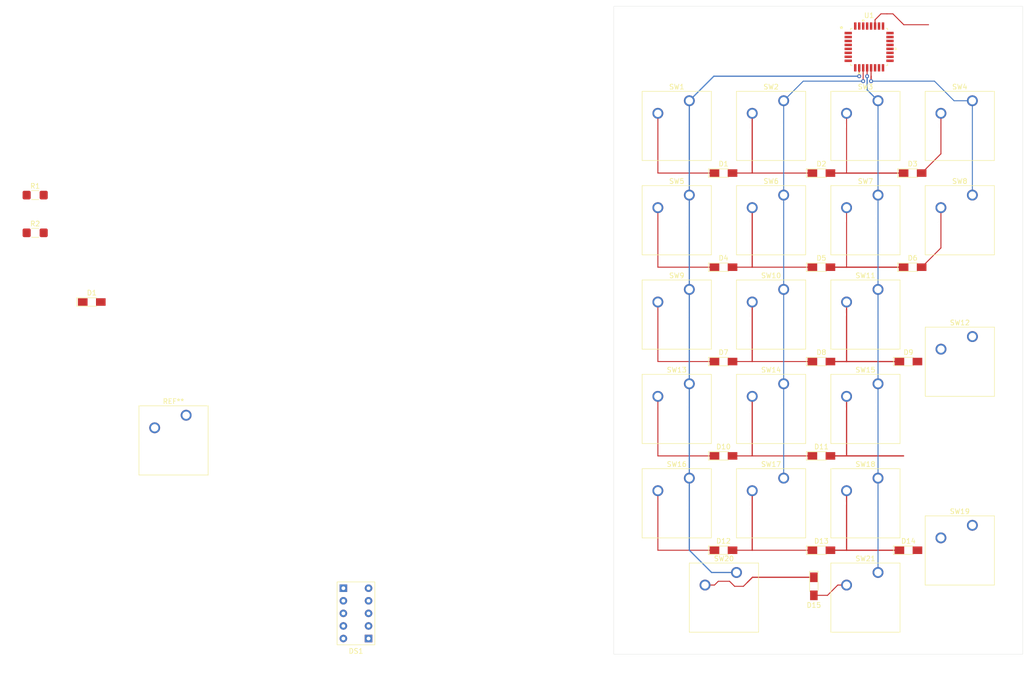
<source format=kicad_pcb>
(kicad_pcb (version 20211014) (generator pcbnew)
  (layers (0 "F.Cu" signal) (31 "B.Cu" signal) (34 "B.Paste" user) (35 "F.Paste" user) (36 "B.SilkS" user "B.Silkscreen") (37 "F.SilkS" user "F.Silkscreen") (38 "B.Mask" user) (39 "F.Mask" user) (44 "Edge.Cuts" user))
  (net 0 "")
  (footprint "Diode_SMD:D_SOD-323F" (layer "F.Cu") (at 217.17 46.355)
    (fp_text reference "D2" (at 0 -1.85) (layer "F.SilkS"))
    (fp_text value "1N4148WS")
    (fp_line (start -3.0226 0.85) (end 1.05 0.85) (layer "F.SilkS") (width 0.12))
    (fp_line (start -3.0226 -0.85) (end -3.0226 0.85) (layer "F.SilkS") (width 0.12))
    (fp_line (start -3.0226 -0.85) (end 1.05 -0.85) (layer "F.SilkS") (width 0.12))
    (pad "1" smd rect (at -1.822 0) (size 1.944 1.524) (layers "F.Cu" "F.Paste" "F.Mask"))
    (pad "2" smd rect (at 1.822 0) (size 1.944 1.524) (layers "F.Cu" "F.Paste" "F.Mask"))
  )
  (footprint "Diode_SMD:D_SOD-323F" (layer "F.Cu") (at 197.402 46.355)
    (fp_text reference "D1" (at 0 -1.85) (layer "F.SilkS"))
    (fp_text value "1N4148WS")
    (fp_line (start -3.0226 -0.85) (end 1.05 -0.85) (layer "F.SilkS") (width 0.12))
    (fp_line (start -3.0226 0.85) (end 1.05 0.85) (layer "F.SilkS") (width 0.12))
    (fp_line (start -3.0226 -0.85) (end -3.0226 0.85) (layer "F.SilkS") (width 0.12))
    (pad "1" smd rect (at -1.822 0) (size 1.944 1.524) (layers "F.Cu" "F.Paste" "F.Mask"))
    (pad "2" smd rect (at 1.822 0) (size 1.944 1.524) (layers "F.Cu" "F.Paste" "F.Mask"))
  )
  (footprint "Diode_SMD:D_SOD-323F" (layer "F.Cu") (at 69.85 72.39)
    (fp_text reference "D1" (at 0 -1.85) (layer "F.SilkS"))
    (fp_text value "1N4148WS")
    (fp_line (start -3.0226 -0.85) (end -3.0226 0.85) (layer "F.SilkS") (width 0.12))
    (fp_line (start -3.0226 0.85) (end 1.05 0.85) (layer "F.SilkS") (width 0.12))
    (fp_line (start -3.0226 -0.85) (end 1.05 -0.85) (layer "F.SilkS") (width 0.12))
    (pad "1" smd rect (at -1.822 0) (size 1.944 1.524) (layers "F.Cu" "F.Paste" "F.Mask"))
    (pad "2" smd rect (at 1.822 0) (size 1.944 1.524) (layers "F.Cu" "F.Paste" "F.Mask"))
  )
  (footprint "Button_Switch_Keyboard:SW_Cherry_MX_1.00u_PCB" (layer "F.Cu") (at 209.55 31.75)
    (fp_text reference "SW2" (at -2.54 -2.794) (layer "F.SilkS"))
    (fp_text value "SW_Cherry_MX_1.00u_PCB")
    (fp_line (start -9.525 12.065) (end -9.525 -1.905) (layer "F.SilkS") (width 0.12))
    (fp_line (start 4.445 12.065) (end -9.525 12.065) (layer "F.SilkS") (width 0.12))
    (fp_line (start 4.445 -1.905) (end 4.445 12.065) (layer "F.SilkS") (width 0.12))
    (fp_line (start -9.525 -1.905) (end 4.445 -1.905) (layer "F.SilkS") (width 0.12))
    (pad "" np_thru_hole circle (at -2.54 5.08) (size 4 4) (drill 4) (layers *.Cu *.Mask))
    (pad "" np_thru_hole circle (at -7.62 5.08) (size 1.7 1.7) (drill 1.7) (layers *.Cu *.Mask))
    (pad "" np_thru_hole circle (at 2.54 5.08) (size 1.7 1.7) (drill 1.7) (layers *.Cu *.Mask))
    (pad "1" thru_hole circle (at 0 0) (size 2.2 2.2) (drill 1.5) (layers *.Cu *.Mask))
    (pad "2" thru_hole circle (at -6.35 2.54) (size 2.2 2.2) (drill 1.5) (layers *.Cu *.Mask))
  )
  (footprint "Button_Switch_Keyboard:SW_Cherry_MX_1.00u_PCB" (layer "F.Cu") (at 247.65 50.8)
    (fp_text reference "SW8" (at -2.54 -2.794) (layer "F.SilkS"))
    (fp_text value "SW_Cherry_MX_1.00u_PCB")
    (fp_line (start 4.445 -1.905) (end 4.445 12.065) (layer "F.SilkS") (width 0.12))
    (fp_line (start 4.445 12.065) (end -9.525 12.065) (layer "F.SilkS") (width 0.12))
    (fp_line (start -9.525 12.065) (end -9.525 -1.905) (layer "F.SilkS") (width 0.12))
    (fp_line (start -9.525 -1.905) (end 4.445 -1.905) (layer "F.SilkS") (width 0.12))
    (pad "" np_thru_hole circle (at -2.54 5.08) (size 4 4) (drill 4) (layers *.Cu *.Mask))
    (pad "" np_thru_hole circle (at 2.54 5.08) (size 1.7 1.7) (drill 1.7) (layers *.Cu *.Mask))
    (pad "" np_thru_hole circle (at -7.62 5.08) (size 1.7 1.7) (drill 1.7) (layers *.Cu *.Mask))
    (pad "1" thru_hole circle (at 0 0) (size 2.2 2.2) (drill 1.5) (layers *.Cu *.Mask))
    (pad "2" thru_hole circle (at -6.35 2.54) (size 2.2 2.2) (drill 1.5) (layers *.Cu *.Mask))
  )
  (footprint "STM32G0B1KE:STM32G0B1KET6" (layer "F.Cu") (at 226.799999 20.8836)
    (fp_text reference "U1" (at 0 -6.35) (layer "F.SilkS"))
    (fp_text value "LQFP_0B1KET6_STM")
    (fp_text user "*" (at -5.588 -3.581) (layer "F.SilkS"))
    (fp_text user "*" (at -5.588 -3.581) (layer "F.SilkS"))
    (fp_line (start 3.7338 3.7338) (end 3.7338 3.386739) (layer "F.SilkS") (width 0.12))
    (fp_line (start 3.7338 -3.386739) (end 3.7338 -3.7338) (layer "F.SilkS") (width 0.12))
    (fp_line (start -3.7338 3.386739) (end -3.7338 3.7338) (layer "F.SilkS") (width 0.12))
    (fp_line (start -3.386739 -3.7338) (end -3.7338 -3.7338) (layer "F.SilkS") (width 0.12))
    (fp_line (start 3.7338 -3.7338) (end 3.386739 -3.7338) (layer "F.SilkS") (width 0.12))
    (fp_line (start 3.386739 3.7338) (end 3.7338 3.7338) (layer "F.SilkS") (width 0.12))
    (fp_line (start -3.7338 -3.7338) (end -3.7338 -3.386739) (layer "F.SilkS") (width 0.12))
    (fp_line (start -3.7338 3.7338) (end -3.386739 3.7338) (layer "F.SilkS") (width 0.12))
    (fp_poly (pts (xy -2.190501 5.207) (xy -2.190501 5.461) (xy -1.809501 5.461) (xy -1.809501 5.207)) (layer "F.SilkS") (width 0.1) (fill solid))
    (fp_poly (pts (xy 5.461 0.209499) (xy 5.461 0.590499) (xy 5.207 0.590499) (xy 5.207 0.209499)) (layer "F.SilkS") (width 0.1) (fill solid))
    (fp_poly (pts (xy -1.3905 -5.207) (xy -1.3905 -5.461) (xy -1.0095 -5.461) (xy -1.0095 -5.207)) (layer "F.SilkS") (width 0.1) (fill solid))
    (pad "1" smd rect locked (at -4.2164 -2.799999 90) (size 0.508 1.4732) (layers "F.Cu" "F.Paste" "F.Mask"))
    (pad "2" smd rect locked (at -4.2164 -2.000001 90) (size 0.508 1.4732) (layers "F.Cu" "F.Paste" "F.Mask"))
    (pad "3" smd rect locked (at -4.2164 -1.2 90) (size 0.508 1.4732) (layers "F.Cu" "F.Paste" "F.Mask"))
    (pad "4" smd rect locked (at -4.2164 -0.399999 90) (size 0.508 1.4732) (layers "F.Cu" "F.Paste" "F.Mask"))
    (pad "5" smd rect locked (at -4.2164 0.399999 90) (size 0.508 1.4732) (layers "F.Cu" "F.Paste" "F.Mask"))
    (pad "6" smd rect locked (at -4.2164 1.2 90) (size 0.508 1.4732) (layers "F.Cu" "F.Paste" "F.Mask"))
    (pad "7" smd rect locked (at -4.2164 1.999999 90) (size 0.508 1.4732) (layers "F.Cu" "F.Paste" "F.Mask"))
    (pad "8" smd rect locked (at -4.2164 2.799999 90) (size 0.508 1.4732) (layers "F.Cu" "F.Paste" "F.Mask"))
    (pad "9" smd rect locked (at -2.799999 4.2164) (size 0.508 1.4732) (layers "F.Cu" "F.Paste" "F.Mask"))
    (pad "10" smd rect locked (at -2.000001 4.2164) (size 0.508 1.4732) (layers "F.Cu" "F.Paste" "F.Mask"))
    (pad "11" smd rect locked (at -1.2 4.2164) (size 0.508 1.4732) (layers "F.Cu" "F.Paste" "F.Mask"))
    (pad "12" smd rect locked (at -0.399999 4.2164) (size 0.508 1.4732) (layers "F.Cu" "F.Paste" "F.Mask"))
    (pad "13" smd rect locked (at 0.399999 4.2164) (size 0.508 1.4732) (layers "F.Cu" "F.Paste" "F.Mask"))
    (pad "14" smd rect locked (at 1.2 4.2164) (size 0.508 1.4732) (layers "F.Cu" "F.Paste" "F.Mask"))
    (pad "15" smd rect locked (at 1.999999 4.2164) (size 0.508 1.4732) (layers "F.Cu" "F.Paste" "F.Mask"))
    (pad "16" smd rect locked (at 2.799999 4.2164) (size 0.508 1.4732) (layers "F.Cu" "F.Paste" "F.Mask"))
    (pad "17" smd rect locked (at 4.2164 2.799999 90) (size 0.508 1.4732) (layers "F.Cu" "F.Paste" "F.Mask"))
    (pad "18" smd rect locked (at 4.2164 2.000001 90) (size 0.508 1.4732) (layers "F.Cu" "F.Paste" "F.Mask"))
    (pad "19" smd rect locked (at 4.2164 1.2 90) (size 0.508 1.4732) (layers "F.Cu" "F.Paste" "F.Mask"))
    (pad "20" smd rect locked (at 4.2164 0.399999 90) (size 0.508 1.4732) (layers "F.Cu" "F.Paste" "F.Mask"))
    (pad "21" smd rect locked (at 4.2164 -0.399999 90) (size 0.508 1.4732) (layers "F.Cu" "F.Paste" "F.Mask"))
    (pad "22" smd rect locked (at 4.2164 -1.2 90) (size 0.508 1.4732) (layers "F.Cu" "F.Paste" "F.Mask"))
    (pad "23" smd rect locked (at 4.2164 -1.999999 90) (size 0.508 1.4732) (layers "F.Cu" "F.Paste" "F.Mask"))
    (pad "24" smd rect locked (at 4.2164 -2.799999 90) (size 0.508 1.4732) (layers "F.Cu" "F.Paste" "F.Mask"))
    (pad "25" smd rect locked (at 2.799999 -4.2164) (size 0.508 1.4732) (layers "F.Cu" "F.Paste" "F.Mask"))
    (pad "26" smd rect locked (at 2.000001 -4.2164) (size 0.508 1.4732) (layers "F.Cu" "F.Paste" "F.Mask"))
    (pad "27" smd rect locked (at 1.2 -4.2164) (size 0.508 1.4732) (layers "F.Cu" "F.Paste" "F.Mask"))
    (pad "28" smd rect locked (at 0.399999 -4.2164) (size 0.508 1.4732) (layers "F.Cu" "F.Paste" "F.Mask"))
    (pad "29" smd rect locked (at -0.399999 -4.2164) (size 0.508 1.4732) (layers "F.Cu" "F.Paste" "F.Mask"))
    (pad "30" smd rect locked (at -1.2 -4.2164) (size 0.508 1.4732) (layers "F.Cu" "F.Paste" "F.Mask"))
    (pad "31" smd rect locked (at -1.999999 -4.2164) (size 0.508 1.4732) (layers "F.Cu" "F.Paste" "F.Mask"))
    (pad "32" smd rect locked (at -2.799999 -4.2164) (size 0.508 1.4732) (layers "F.Cu" "F.Paste" "F.Mask"))
  )
  (footprint "Display_7Segment:LSHD-A101" (layer "F.Cu") (at 123.19 144.145)
    (fp_text reference "DS1" (at 0 -1.27 unlocked) (layer "F.SilkS"))
    (fp_text value "LSHD-A101")
    (fp_rect (start -3.81 -15.24) (end 3.81 -2.54) (layer "F.SilkS") (width 0.12) (fill none))
    (pad "1" thru_hole rect (at -2.54 -13.97) (size 1.524 1.524) (drill 0.762) (layers *.Cu *.Mask))
    (pad "2" thru_hole circle (at -2.54 -11.43) (size 1.524 1.524) (drill 0.762) (layers *.Cu *.Mask))
    (pad "3" thru_hole circle (at -2.54 -8.89) (size 1.524 1.524) (drill 0.762) (layers *.Cu *.Mask))
    (pad "4" thru_hole circle (at -2.54 -6.35) (size 1.524 1.524) (drill 0.762) (layers *.Cu *.Mask))
    (pad "5" thru_hole circle (at -2.54 -3.81) (size 1.524 1.524) (drill 0.762) (layers *.Cu *.Mask))
    (pad "6" thru_hole rect (at 2.54 -3.81) (size 1.524 1.524) (drill 0.762) (layers *.Cu *.Mask))
    (pad "7" thru_hole circle (at 2.54 -6.35) (size 1.524 1.524) (drill 0.762) (layers *.Cu *.Mask))
    (pad "8" thru_hole circle (at 2.54 -8.89) (size 1.524 1.524) (drill 0.762) (layers *.Cu *.Mask))
    (pad "9" thru_hole circle (at 2.54 -11.43) (size 1.524 1.524) (drill 0.762) (layers *.Cu *.Mask))
    (pad "10" thru_hole circle (at 2.54 -13.97) (size 1.524 1.524) (drill 0.762) (layers *.Cu *.Mask))
  )
  (footprint "Diode_SMD:D_SOD-323F" (layer "F.Cu") (at 197.402 103.461)
    (fp_text reference "D10" (at 0 -1.85) (layer "F.SilkS"))
    (fp_text value "1N4148WS")
    (fp_line (start -3.0226 -0.85) (end 1.05 -0.85) (layer "F.SilkS") (width 0.12))
    (fp_line (start -3.0226 0.85) (end 1.05 0.85) (layer "F.SilkS") (width 0.12))
    (fp_line (start -3.0226 -0.85) (end -3.0226 0.85) (layer "F.SilkS") (width 0.12))
    (pad "1" smd rect (at -1.822 0) (size 1.944 1.524) (layers "F.Cu" "F.Paste" "F.Mask"))
    (pad "2" smd rect (at 1.822 0) (size 1.944 1.524) (layers "F.Cu" "F.Paste" "F.Mask"))
  )
  (footprint "Button_Switch_Keyboard:SW_Cherry_MX_1.00u_PCB" (layer "F.Cu") (at 209.55 88.9)
    (fp_text reference "SW14" (at -2.54 -2.794) (layer "F.SilkS"))
    (fp_text value "SW_Cherry_MX_1.00u_PCB")
    (fp_line (start 4.445 -1.905) (end 4.445 12.065) (layer "F.SilkS") (width 0.12))
    (fp_line (start -9.525 -1.905) (end 4.445 -1.905) (layer "F.SilkS") (width 0.12))
    (fp_line (start 4.445 12.065) (end -9.525 12.065) (layer "F.SilkS") (width 0.12))
    (fp_line (start -9.525 12.065) (end -9.525 -1.905) (layer "F.SilkS") (width 0.12))
    (pad "" np_thru_hole circle (at 2.54 5.08) (size 1.7 1.7) (drill 1.7) (layers *.Cu *.Mask))
    (pad "" np_thru_hole circle (at -7.62 5.08) (size 1.7 1.7) (drill 1.7) (layers *.Cu *.Mask))
    (pad "" np_thru_hole circle (at -2.54 5.08) (size 4 4) (drill 4) (layers *.Cu *.Mask))
    (pad "1" thru_hole circle (at 0 0) (size 2.2 2.2) (drill 1.5) (layers *.Cu *.Mask))
    (pad "2" thru_hole circle (at -6.35 2.54) (size 2.2 2.2) (drill 1.5) (layers *.Cu *.Mask))
  )
  (footprint "Button_Switch_Keyboard:SW_Cherry_MX_1.00u_PCB" (layer "F.Cu") (at 228.6 88.9)
    (fp_text reference "SW15" (at -2.54 -2.794) (layer "F.SilkS"))
    (fp_text value "SW_Cherry_MX_1.00u_PCB")
    (fp_line (start -9.525 -1.905) (end 4.445 -1.905) (layer "F.SilkS") (width 0.12))
    (fp_line (start 4.445 12.065) (end -9.525 12.065) (layer "F.SilkS") (width 0.12))
    (fp_line (start 4.445 -1.905) (end 4.445 12.065) (layer "F.SilkS") (width 0.12))
    (fp_line (start -9.525 12.065) (end -9.525 -1.905) (layer "F.SilkS") (width 0.12))
    (pad "" np_thru_hole circle (at -2.54 5.08) (size 4 4) (drill 4) (layers *.Cu *.Mask))
    (pad "" np_thru_hole circle (at -7.62 5.08) (size 1.7 1.7) (drill 1.7) (layers *.Cu *.Mask))
    (pad "" np_thru_hole circle (at 2.54 5.08) (size 1.7 1.7) (drill 1.7) (layers *.Cu *.Mask))
    (pad "1" thru_hole circle (at 0 0) (size 2.2 2.2) (drill 1.5) (layers *.Cu *.Mask))
    (pad "2" thru_hole circle (at -6.35 2.54) (size 2.2 2.2) (drill 1.5) (layers *.Cu *.Mask))
  )
  (footprint "Resistor_SMD:R_1206_3216Metric_Pad1.30x1.75mm_HandSolder" (layer "F.Cu") (at 58.42 50.8)
    (fp_text reference "R1" (at 0 -1.82) (layer "F.SilkS"))
    (fp_text value "RMCF1206JT5K10 ")
    (fp_line (start -0.727064 -0.91) (end 0.727064 -0.91) (layer "F.SilkS") (width 0.12))
    (fp_line (start -0.727064 0.91) (end 0.727064 0.91) (layer "F.SilkS") (width 0.12))
    (pad "1" smd roundrect (at -1.72 0) (size 1.64 1.75) (layers "F.Cu" "F.Paste" "F.Mask") (roundrect_rratio 0.192308))
    (pad "2" smd roundrect (at 1.72 0) (size 1.64 1.75) (layers "F.Cu" "F.Paste" "F.Mask") (roundrect_rratio 0.192308))
  )
  (footprint "Button_Switch_Keyboard:SW_Cherry_MX_2.00u_PCB" (layer "F.Cu") (at 88.9 95.25)
    (fp_text reference "REF**" (at -2.54 -2.794) (layer "F.SilkS"))
    (fp_text value "SW_Cherry_MX_2.00u_PCB")
    (fp_line (start 4.445 -1.905) (end 4.445 12.065) (layer "F.SilkS") (width 0.12))
    (fp_line (start -9.525 -1.905) (end 4.445 -1.905) (layer "F.SilkS") (width 0.12))
    (fp_line (start -9.525 12.065) (end -9.525 -1.905) (layer "F.SilkS") (width 0.12))
    (fp_line (start 4.445 12.065) (end -9.525 12.065) (layer "F.SilkS") (width 0.12))
    (pad "" np_thru_hole circle (at -2.54 5.08) (size 4 4) (drill 4) (layers *.Cu *.Mask))
    (pad "" np_thru_hole circle (at 9.36 -1.92) (size 3.05 3.05) (drill 3.05) (layers *.Cu *.Mask))
    (pad "" np_thru_hole circle (at -14.44 -1.92) (size 3.05 3.05) (drill 3.05) (layers *.Cu *.Mask))
    (pad "" np_thru_hole circle (at 2.54 5.08) (size 1.7 1.7) (drill 1.7) (layers *.Cu *.Mask))
    (pad "" np_thru_hole circle (at -14.44 13.32) (size 4 4) (drill 4) (layers *.Cu *.Mask))
    (pad "" np_thru_hole circle (at -7.62 5.08) (size 1.7 1.7) (drill 1.7) (layers *.Cu *.Mask))
    (pad "" np_thru_hole circle (at 9.36 13.32) (size 4 4) (drill 4) (layers *.Cu *.Mask))
    (pad "1" thru_hole circle (at 0 0) (size 2.2 2.2) (drill 1.5) (layers *.Cu *.Mask))
    (pad "2" thru_hole circle (at -6.35 2.54) (size 2.2 2.2) (drill 1.5) (layers *.Cu *.Mask))
  )
  (footprint "Diode_SMD:D_SOD-323F" (layer "F.Cu") (at 217.17 84.411)
    (fp_text reference "D8" (at 0 -1.85) (layer "F.SilkS"))
    (fp_text value "1N4148WS")
    (fp_line (start -3.0226 0.85) (end 1.05 0.85) (layer "F.SilkS") (width 0.12))
    (fp_line (start -3.0226 -0.85) (end -3.0226 0.85) (layer "F.SilkS") (width 0.12))
    (fp_line (start -3.0226 -0.85) (end 1.05 -0.85) (layer "F.SilkS") (width 0.12))
    (pad "1" smd rect (at -1.822 0) (size 1.944 1.524) (layers "F.Cu" "F.Paste" "F.Mask"))
    (pad "2" smd rect (at 1.822 0) (size 1.944 1.524) (layers "F.Cu" "F.Paste" "F.Mask"))
  )
  (footprint "Button_Switch_Keyboard:SW_Cherry_MX_1.00u_PCB" (layer "F.Cu") (at 190.5 31.75)
    (fp_text reference "SW1" (at -2.54 -2.794) (layer "F.SilkS"))
    (fp_text value "SW1")
    (fp_line (start -9.525 -1.905) (end 4.445 -1.905) (layer "F.SilkS") (width 0.12))
    (fp_line (start 4.445 -1.905) (end 4.445 12.065) (layer "F.SilkS") (width 0.12))
    (fp_line (start 4.445 12.065) (end -9.525 12.065) (layer "F.SilkS") (width 0.12))
    (fp_line (start -9.525 12.065) (end -9.525 -1.905) (layer "F.SilkS") (width 0.12))
    (pad "" np_thru_hole circle (at -7.62 5.08) (size 1.7 1.7) (drill 1.7) (layers *.Cu *.Mask))
    (pad "" np_thru_hole circle (at -2.54 5.08) (size 4 4) (drill 4) (layers *.Cu *.Mask))
    (pad "" np_thru_hole circle (at 2.54 5.08) (size 1.7 1.7) (drill 1.7) (layers *.Cu *.Mask))
    (pad "1" thru_hole circle (at 0 0) (size 2.2 2.2) (drill 1.5) (layers *.Cu *.Mask))
    (pad "2" thru_hole circle (at -6.35 2.54) (size 2.2 2.2) (drill 1.5) (layers *.Cu *.Mask))
  )
  (footprint "Button_Switch_Keyboard:SW_Cherry_MX_1.00u_PCB" (layer "F.Cu") (at 228.6 69.85)
    (fp_text reference "SW11" (at -2.54 -2.794) (layer "F.SilkS"))
    (fp_text value "SW_Cherry_MX_1.00u_PCB")
    (fp_line (start -9.525 12.065) (end -9.525 -1.905) (layer "F.SilkS") (width 0.12))
    (fp_line (start 4.445 12.065) (end -9.525 12.065) (layer "F.SilkS") (width 0.12))
    (fp_line (start -9.525 -1.905) (end 4.445 -1.905) (layer "F.SilkS") (width 0.12))
    (fp_line (start 4.445 -1.905) (end 4.445 12.065) (layer "F.SilkS") (width 0.12))
    (pad "" np_thru_hole circle (at -2.54 5.08) (size 4 4) (drill 4) (layers *.Cu *.Mask))
    (pad "" np_thru_hole circle (at 2.54 5.08) (size 1.7 1.7) (drill 1.7) (layers *.Cu *.Mask))
    (pad "" np_thru_hole circle (at -7.62 5.08) (size 1.7 1.7) (drill 1.7) (layers *.Cu *.Mask))
    (pad "1" thru_hole circle (at 0 0) (size 2.2 2.2) (drill 1.5) (layers *.Cu *.Mask))
    (pad "2" thru_hole circle (at -6.35 2.54) (size 2.2 2.2) (drill 1.5) (layers *.Cu *.Mask))
  )
  (footprint "Button_Switch_Keyboard:SW_Cherry_MX_1.00u_PCB" (layer "F.Cu") (at 228.6 31.75)
    (fp_text reference "SW3" (at -2.54 -2.794) (layer "F.SilkS"))
    (fp_text value "SW_Cherry_MX_1.00u_PCB")
    (fp_line (start -9.525 -1.905) (end 4.445 -1.905) (layer "F.SilkS") (width 0.12))
    (fp_line (start 4.445 12.065) (end -9.525 12.065) (layer "F.SilkS") (width 0.12))
    (fp_line (start -9.525 12.065) (end -9.525 -1.905) (layer "F.SilkS") (width 0.12))
    (fp_line (start 4.445 -1.905) (end 4.445 12.065) (layer "F.SilkS") (width 0.12))
    (pad "" np_thru_hole circle (at 2.54 5.08) (size 1.7 1.7) (drill 1.7) (layers *.Cu *.Mask))
    (pad "" np_thru_hole circle (at -7.62 5.08) (size 1.7 1.7) (drill 1.7) (layers *.Cu *.Mask))
    (pad "" np_thru_hole circle (at -2.54 5.08) (size 4 4) (drill 4) (layers *.Cu *.Mask))
    (pad "1" thru_hole circle (at 0 0) (size 2.2 2.2) (drill 1.5) (layers *.Cu *.Mask))
    (pad "2" thru_hole circle (at -6.35 2.54) (size 2.2 2.2) (drill 1.5) (layers *.Cu *.Mask))
  )
  (footprint "Diode_SMD:D_SOD-323F" (layer "F.Cu") (at 234.74 84.411)
    (fp_text reference "D9" (at 0 -1.85) (layer "F.SilkS"))
    (fp_text value "1N4148WS")
    (fp_line (start -3.0226 -0.85) (end 1.05 -0.85) (layer "F.SilkS") (width 0.12))
    (fp_line (start -3.0226 -0.85) (end -3.0226 0.85) (layer "F.SilkS") (width 0.12))
    (fp_line (start -3.0226 0.85) (end 1.05 0.85) (layer "F.SilkS") (width 0.12))
    (pad "1" smd rect (at -1.822 0) (size 1.944 1.524) (layers "F.Cu" "F.Paste" "F.Mask"))
    (pad "2" smd rect (at 1.822 0) (size 1.944 1.524) (layers "F.Cu" "F.Paste" "F.Mask"))
  )
  (footprint "Diode_SMD:D_SOD-323F" (layer "F.Cu") (at 235.585 65.361)
    (fp_text reference "D6" (at 0 -1.85) (layer "F.SilkS"))
    (fp_text value "1N4148WS")
    (fp_line (start -3.0226 -0.85) (end 1.05 -0.85) (layer "F.SilkS") (width 0.12))
    (fp_line (start -3.0226 -0.85) (end -3.0226 0.85) (layer "F.SilkS") (width 0.12))
    (fp_line (start -3.0226 0.85) (end 1.05 0.85) (layer "F.SilkS") (width 0.12))
    (pad "1" smd rect (at -1.822 0) (size 1.944 1.524) (layers "F.Cu" "F.Paste" "F.Mask"))
    (pad "2" smd rect (at 1.822 0) (size 1.944 1.524) (layers "F.Cu" "F.Paste" "F.Mask"))
  )
  (footprint "Button_Switch_Keyboard:SW_Cherry_MX_1.00u_PCB" (layer "F.Cu") (at 228.6 127)
    (fp_text reference "SW21" (at -2.54 -2.794) (layer "F.SilkS"))
    (fp_text value "SW_Cherry_MX_1.00u_PCB")
    (fp_line (start 4.445 12.065) (end -9.525 12.065) (layer "F.SilkS") (width 0.12))
    (fp_line (start 4.445 -1.905) (end 4.445 12.065) (layer "F.SilkS") (width 0.12))
    (fp_line (start -9.525 12.065) (end -9.525 -1.905) (layer "F.SilkS") (width 0.12))
    (fp_line (start -9.525 -1.905) (end 4.445 -1.905) (layer "F.SilkS") (width 0.12))
    (pad "" np_thru_hole circle (at -2.54 5.08) (size 4 4) (drill 4) (layers *.Cu *.Mask))
    (pad "" np_thru_hole circle (at 2.54 5.08) (size 1.7 1.7) (drill 1.7) (layers *.Cu *.Mask))
    (pad "" np_thru_hole circle (at -7.62 5.08) (size 1.7 1.7) (drill 1.7) (layers *.Cu *.Mask))
    (pad "1" thru_hole circle (at 0 0) (size 2.2 2.2) (drill 1.5) (layers *.Cu *.Mask))
    (pad "2" thru_hole circle (at -6.35 2.54) (size 2.2 2.2) (drill 1.5) (layers *.Cu *.Mask))
  )
  (footprint "Button_Switch_Keyboard:SW_Cherry_MX_1.00u_PCB" (layer "F.Cu") (at 228.6 107.95)
    (fp_text reference "SW18" (at -2.54 -2.794) (layer "F.SilkS"))
    (fp_text value "SW_Cherry_MX_1.00u_PCB")
    (fp_line (start -9.525 -1.905) (end 4.445 -1.905) (layer "F.SilkS") (width 0.12))
    (fp_line (start -9.525 12.065) (end -9.525 -1.905) (layer "F.SilkS") (width 0.12))
    (fp_line (start 4.445 12.065) (end -9.525 12.065) (layer "F.SilkS") (width 0.12))
    (fp_line (start 4.445 -1.905) (end 4.445 12.065) (layer "F.SilkS") (width 0.12))
    (pad "" np_thru_hole circle (at -7.62 5.08) (size 1.7 1.7) (drill 1.7) (layers *.Cu *.Mask))
    (pad "" np_thru_hole circle (at 2.54 5.08) (size 1.7 1.7) (drill 1.7) (layers *.Cu *.Mask))
    (pad "" np_thru_hole circle (at -2.54 5.08) (size 4 4) (drill 4) (layers *.Cu *.Mask))
    (pad "1" thru_hole circle (at 0 0) (size 2.2 2.2) (drill 1.5) (layers *.Cu *.Mask))
    (pad "2" thru_hole circle (at -6.35 2.54) (size 2.2 2.2) (drill 1.5) (layers *.Cu *.Mask))
  )
  (footprint "Diode_SMD:D_SOD-323F" (layer "F.Cu") (at 234.74 122.511)
    (fp_text reference "D14" (at 0 -1.85) (layer "F.SilkS"))
    (fp_text value "1N4148WS")
    (fp_line (start -3.0226 -0.85) (end 1.05 -0.85) (layer "F.SilkS") (width 0.12))
    (fp_line (start -3.0226 -0.85) (end -3.0226 0.85) (layer "F.SilkS") (width 0.12))
    (fp_line (start -3.0226 0.85) (end 1.05 0.85) (layer "F.SilkS") (width 0.12))
    (pad "1" smd rect (at -1.822 0) (size 1.944 1.524) (layers "F.Cu" "F.Paste" "F.Mask"))
    (pad "2" smd rect (at 1.822 0) (size 1.944 1.524) (layers "F.Cu" "F.Paste" "F.Mask"))
  )
  (footprint "Diode_SMD:D_SOD-323F" (layer "F.Cu") (at 217.17 65.361)
    (fp_text reference "D5" (at 0 -1.85) (layer "F.SilkS"))
    (fp_text value "1N4148WS")
    (fp_line (start -3.0226 0.85) (end 1.05 0.85) (layer "F.SilkS") (width 0.12))
    (fp_line (start -3.0226 -0.85) (end -3.0226 0.85) (layer "F.SilkS") (width 0.12))
    (fp_line (start -3.0226 -0.85) (end 1.05 -0.85) (layer "F.SilkS") (width 0.12))
    (pad "1" smd rect (at -1.822 0) (size 1.944 1.524) (layers "F.Cu" "F.Paste" "F.Mask"))
    (pad "2" smd rect (at 1.822 0) (size 1.944 1.524) (layers "F.Cu" "F.Paste" "F.Mask"))
  )
  (footprint "Button_Switch_Keyboard:SW_Cherry_MX_2.00u_PCB" (layer "F.Cu") (at 200.025 127)
    (fp_text reference "SW20" (at -2.54 -2.794) (layer "F.SilkS"))
    (fp_text value "SW_Cherry_MX_2.00u_PCB")
    (fp_line (start -9.525 -1.905) (end 4.445 -1.905) (layer "F.SilkS") (width 0.12))
    (fp_line (start 4.445 12.065) (end -9.525 12.065) (layer "F.SilkS") (width 0.12))
    (fp_line (start -9.525 12.065) (end -9.525 -1.905) (layer "F.SilkS") (width 0.12))
    (fp_line (start 4.445 -1.905) (end 4.445 12.065) (layer "F.SilkS") (width 0.12))
    (pad "" np_thru_hole circle (at -14.44 -1.92) (size 3.05 3.05) (drill 3.05) (layers *.Cu *.Mask))
    (pad "" np_thru_hole circle (at 9.36 13.32) (size 4 4) (drill 4) (layers *.Cu *.Mask))
    (pad "" np_thru_hole circle (at -14.44 13.32) (size 4 4) (drill 4) (layers *.Cu *.Mask))
    (pad "" np_thru_hole circle (at 2.54 5.08) (size 1.7 1.7) (drill 1.7) (layers *.Cu *.Mask))
    (pad "" np_thru_hole circle (at -2.54 5.08) (size 4 4) (drill 4) (layers *.Cu *.Mask))
    (pad "" np_thru_hole circle (at 9.36 -1.92) (size 3.05 3.05) (drill 3.05) (layers *.Cu *.Mask))
    (pad "" np_thru_hole circle (at -7.62 5.08) (size 1.7 1.7) (drill 1.7) (layers *.Cu *.Mask))
    (pad "1" thru_hole circle (at 0 0) (size 2.2 2.2) (drill 1.5) (layers *.Cu *.Mask))
    (pad "2" thru_hole circle (at -6.35 2.54) (size 2.2 2.2) (drill 1.5) (layers *.Cu *.Mask))
  )
  (footprint "Diode_SMD:D_SOD-323F" (layer "F.Cu") (at 217.17 122.511)
    (fp_text reference "D13" (at 0 -1.85) (layer "F.SilkS"))
    (fp_text value "1N4148WS")
    (fp_line (start -3.0226 0.85) (end 1.05 0.85) (layer "F.SilkS") (width 0.12))
    (fp_line (start -3.0226 -0.85) (end -3.0226 0.85) (layer "F.SilkS") (width 0.12))
    (fp_line (start -3.0226 -0.85) (end 1.05 -0.85) (layer "F.SilkS") (width 0.12))
    (pad "1" smd rect (at -1.822 0) (size 1.944 1.524) (layers "F.Cu" "F.Paste" "F.Mask"))
    (pad "2" smd rect (at 1.822 0) (size 1.944 1.524) (layers "F.Cu" "F.Paste" "F.Mask"))
  )
  (footprint "Button_Switch_Keyboard:SW_Cherry_MX_1.00u_PCB" (layer "F.Cu") (at 190.5 107.95)
    (fp_text reference "SW16" (at -2.54 -2.794) (layer "F.SilkS"))
    (fp_text value "SW1")
    (fp_line (start -9.525 -1.905) (end 4.445 -1.905) (layer "F.SilkS") (width 0.12))
    (fp_line (start 4.445 -1.905) (end 4.445 12.065) (layer "F.SilkS") (width 0.12))
    (fp_line (start 4.445 12.065) (end -9.525 12.065) (layer "F.SilkS") (width 0.12))
    (fp_line (start -9.525 12.065) (end -9.525 -1.905) (layer "F.SilkS") (width 0.12))
    (pad "" np_thru_hole circle (at 2.54 5.08) (size 1.7 1.7) (drill 1.7) (layers *.Cu *.Mask))
    (pad "" np_thru_hole circle (at -7.62 5.08) (size 1.7 1.7) (drill 1.7) (layers *.Cu *.Mask))
    (pad "" np_thru_hole circle (at -2.54 5.08) (size 4 4) (drill 4) (layers *.Cu *.Mask))
    (pad "1" thru_hole circle (at 0 0) (size 2.2 2.2) (drill 1.5) (layers *.Cu *.Mask))
    (pad "2" thru_hole circle (at -6.35 2.54) (size 2.2 2.2) (drill 1.5) (layers *.Cu *.Mask))
  )
  (footprint "Button_Switch_Keyboard:SW_Cherry_MX_1.00u_PCB" (layer "F.Cu") (at 190.5 50.8)
    (fp_text reference "SW5" (at -2.54 -2.794) (layer "F.SilkS"))
    (fp_text value "SW1")
    (fp_line (start -9.525 12.065) (end -9.525 -1.905) (layer "F.SilkS") (width 0.12))
    (fp_line (start -9.525 -1.905) (end 4.445 -1.905) (layer "F.SilkS") (width 0.12))
    (fp_line (start 4.445 12.065) (end -9.525 12.065) (layer "F.SilkS") (width 0.12))
    (fp_line (start 4.445 -1.905) (end 4.445 12.065) (layer "F.SilkS") (width 0.12))
    (pad "" np_thru_hole circle (at 2.54 5.08) (size 1.7 1.7) (drill 1.7) (layers *.Cu *.Mask))
    (pad "" np_thru_hole circle (at -7.62 5.08) (size 1.7 1.7) (drill 1.7) (layers *.Cu *.Mask))
    (pad "" np_thru_hole circle (at -2.54 5.08) (size 4 4) (drill 4) (layers *.Cu *.Mask))
    (pad "1" thru_hole circle (at 0 0) (size 2.2 2.2) (drill 1.5) (layers *.Cu *.Mask))
    (pad "2" thru_hole circle (at -6.35 2.54) (size 2.2 2.2) (drill 1.5) (layers *.Cu *.Mask))
  )
  (footprint "Diode_SMD:D_SOD-323F" (layer "F.Cu") (at 197.402 65.361)
    (fp_text reference "D4" (at 0 -1.85) (layer "F.SilkS"))
    (fp_text value "1N4148WS")
    (fp_line (start -3.0226 -0.85) (end 1.05 -0.85) (layer "F.SilkS") (width 0.12))
    (fp_line (start -3.0226 0.85) (end 1.05 0.85) (layer "F.SilkS") (width 0.12))
    (fp_line (start -3.0226 -0.85) (end -3.0226 0.85) (layer "F.SilkS") (width 0.12))
    (pad "1" smd rect (at -1.822 0) (size 1.944 1.524) (layers "F.Cu" "F.Paste" "F.Mask"))
    (pad "2" smd rect (at 1.822 0) (size 1.944 1.524) (layers "F.Cu" "F.Paste" "F.Mask"))
  )
  (footprint "Diode_SMD:D_SOD-323F" (layer "F.Cu") (at 235.585 46.355)
    (fp_text reference "D3" (at 0 -1.85) (layer "F.SilkS"))
    (fp_text value "1N4148WS")
    (fp_line (start -3.0226 -0.85) (end 1.05 -0.85) (layer "F.SilkS") (width 0.12))
    (fp_line (start -3.0226 -0.85) (end -3.0226 0.85) (layer "F.SilkS") (width 0.12))
    (fp_line (start -3.0226 0.85) (end 1.05 0.85) (layer "F.SilkS") (width 0.12))
    (pad "1" smd rect (at -1.822 0) (size 1.944 1.524) (layers "F.Cu" "F.Paste" "F.Mask"))
    (pad "2" smd rect (at 1.822 0) (size 1.944 1.524) (layers "F.Cu" "F.Paste" "F.Mask"))
  )
  (footprint "Button_Switch_Keyboard:SW_Cherry_MX_1.00u_PCB" (layer "F.Cu") (at 228.6 50.8)
    (fp_text reference "SW7" (at -2.54 -2.794) (layer "F.SilkS"))
    (fp_text value "SW_Cherry_MX_1.00u_PCB")
    (fp_line (start -9.525 12.065) (end -9.525 -1.905) (layer "F.SilkS") (width 0.12))
    (fp_line (start -9.525 -1.905) (end 4.445 -1.905) (layer "F.SilkS") (width 0.12))
    (fp_line (start 4.445 -1.905) (end 4.445 12.065) (layer "F.SilkS") (width 0.12))
    (fp_line (start 4.445 12.065) (end -9.525 12.065) (layer "F.SilkS") (width 0.12))
    (pad "" np_thru_hole circle (at 2.54 5.08) (size 1.7 1.7) (drill 1.7) (layers *.Cu *.Mask))
    (pad "" np_thru_hole circle (at -2.54 5.08) (size 4 4) (drill 4) (layers *.Cu *.Mask))
    (pad "" np_thru_hole circle (at -7.62 5.08) (size 1.7 1.7) (drill 1.7) (layers *.Cu *.Mask))
    (pad "1" thru_hole circle (at 0 0) (size 2.2 2.2) (drill 1.5) (layers *.Cu *.Mask))
    (pad "2" thru_hole circle (at -6.35 2.54) (size 2.2 2.2) (drill 1.5) (layers *.Cu *.Mask))
  )
  (footprint "Button_Switch_Keyboard:SW_Cherry_MX_1.00u_PCB" (layer "F.Cu") (at 209.55 69.85)
    (fp_text reference "SW10" (at -2.54 -2.794) (layer "F.SilkS"))
    (fp_text value "SW_Cherry_MX_1.00u_PCB")
    (fp_line (start -9.525 -1.905) (end 4.445 -1.905) (layer "F.SilkS") (width 0.12))
    (fp_line (start -9.525 12.065) (end -9.525 -1.905) (layer "F.SilkS") (width 0.12))
    (fp_line (start 4.445 -1.905) (end 4.445 12.065) (layer "F.SilkS") (width 0.12))
    (fp_line (start 4.445 12.065) (end -9.525 12.065) (layer "F.SilkS") (width 0.12))
    (pad "" np_thru_hole circle (at -2.54 5.08) (size 4 4) (drill 4) (layers *.Cu *.Mask))
    (pad "" np_thru_hole circle (at -7.62 5.08) (size 1.7 1.7) (drill 1.7) (layers *.Cu *.Mask))
    (pad "" np_thru_hole circle (at 2.54 5.08) (size 1.7 1.7) (drill 1.7) (layers *.Cu *.Mask))
    (pad "1" thru_hole circle (at 0 0) (size 2.2 2.2) (drill 1.5) (layers *.Cu *.Mask))
    (pad "2" thru_hole circle (at -6.35 2.54) (size 2.2 2.2) (drill 1.5) (layers *.Cu *.Mask))
  )
  (footprint "Button_Switch_Keyboard:SW_Cherry_MX_1.00u_PCB" (layer "F.Cu") (at 209.55 50.8)
    (fp_text reference "SW6" (at -2.54 -2.794) (layer "F.SilkS"))
    (fp_text value "SW_Cherry_MX_1.00u_PCB")
    (fp_line (start 4.445 12.065) (end -9.525 12.065) (layer "F.SilkS") (width 0.12))
    (fp_line (start 4.445 -1.905) (end 4.445 12.065) (layer "F.SilkS") (width 0.12))
    (fp_line (start -9.525 -1.905) (end 4.445 -1.905) (layer "F.SilkS") (width 0.12))
    (fp_line (start -9.525 12.065) (end -9.525 -1.905) (layer "F.SilkS") (width 0.12))
    (pad "" np_thru_hole circle (at 2.54 5.08) (size 1.7 1.7) (drill 1.7) (layers *.Cu *.Mask))
    (pad "" np_thru_hole circle (at -7.62 5.08) (size 1.7 1.7) (drill 1.7) (layers *.Cu *.Mask))
    (pad "" np_thru_hole circle (at -2.54 5.08) (size 4 4) (drill 4) (layers *.Cu *.Mask))
    (pad "1" thru_hole circle (at 0 0) (size 2.2 2.2) (drill 1.5) (layers *.Cu *.Mask))
    (pad "2" thru_hole circle (at -6.35 2.54) (size 2.2 2.2) (drill 1.5) (layers *.Cu *.Mask))
  )
  (footprint "Button_Switch_Keyboard:SW_Cherry_MX_2.00u_Vertical_PCB" (layer "F.Cu") (at 235.585 103.505)
    (fp_text reference "SW19" (at 9.525 11.176) (layer "F.SilkS"))
    (fp_text value "SW_Cherry_MX_2.00u_Vertical_PCB")
    (fp_line (start 2.54 12.065) (end 16.51 12.065) (layer "F.SilkS") (width 0.12))
    (fp_line (start 16.51 12.065) (end 16.51 26.035) (layer "F.SilkS") (width 0.12))
    (fp_line (start 2.54 26.035) (end 2.54 12.065) (layer "F.SilkS") (width 0.12))
    (fp_line (start 16.51 26.035) (end 2.54 26.035) (layer "F.SilkS") (width 0.12))
    (pad "" np_thru_hole circle locked (at 2.525 30.95) (size 3.05 3.05) (drill 3.05) (layers *.Cu *.Mask))
    (pad "" np_thru_hole circle locked (at 17.765 30.95) (size 4 4) (drill 4) (layers *.Cu *.Mask))
    (pad "" np_thru_hole circle locked (at 14.605 19.05) (size 1.7 1.7) (drill 1.7) (layers *.Cu *.Mask))
    (pad "" np_thru_hole circle locked (at 9.525 19.05) (size 4 4) (drill 4) (layers *.Cu *.Mask))
    (pad "" np_thru_hole circle locked (at 4.445 19.05) (size 1.7 1.7) (drill 1.7) (layers *.Cu *.Mask))
    (pad "" np_thru_hole circle locked (at 17.765 7.15) (size 4 4) (drill 4) (layers *.Cu *.Mask))
    (pad "" np_thru_hole circle locked (at 2.525 7.15) (size 3.05 3.05) (drill 3.05) (layers *.Cu *.Mask))
    (pad "1" thru_hole circle locked (at 12.065 13.97) (size 2.2 2.2) (drill 1.5) (layers *.Cu *.Mask))
    (pad "2" thru_hole circle locked (at 5.715 16.51) (size 2.2 2.2) (drill 1.5) (layers *.Cu *.Mask))
  )
  (footprint "Button_Switch_Keyboard:SW_Cherry_MX_1.00u_PCB" (layer "F.Cu") (at 209.55 107.95)
    (fp_text reference "SW17" (at -2.54 -2.794) (layer "F.SilkS"))
    (fp_text value "SW_Cherry_MX_1.00u_PCB")
    (fp_line (start -9.525 -1.905) (end 4.445 -1.905) (layer "F.SilkS") (width 0.12))
    (fp_line (start -9.525 12.065) (end -9.525 -1.905) (layer "F.SilkS") (width 0.12))
    (fp_line (start 4.445 12.065) (end -9.525 12.065) (layer "F.SilkS") (width 0.12))
    (fp_line (start 4.445 -1.905) (end 4.445 12.065) (layer "F.SilkS") (width 0.12))
    (pad "" np_thru_hole circle (at 2.54 5.08) (size 1.7 1.7) (drill 1.7) (layers *.Cu *.Mask))
    (pad "" np_thru_hole circle (at -2.54 5.08) (size 4 4) (drill 4) (layers *.Cu *.Mask))
    (pad "" np_thru_hole circle (at -7.62 5.08) (size 1.7 1.7) (drill 1.7) (layers *.Cu *.Mask))
    (pad "1" thru_hole circle (at 0 0) (size 2.2 2.2) (drill 1.5) (layers *.Cu *.Mask))
    (pad "2" thru_hole circle (at -6.35 2.54) (size 2.2 2.2) (drill 1.5) (layers *.Cu *.Mask))
  )
  (footprint "Diode_SMD:D_SOD-323F" (layer "F.Cu") (at 217.17 103.461)
    (fp_text reference "D11" (at 0 -1.85) (layer "F.SilkS"))
    (fp_text value "1N4148WS")
    (fp_line (start -3.0226 0.85) (end 1.05 0.85) (layer "F.SilkS") (width 0.12))
    (fp_line (start -3.0226 -0.85) (end -3.0226 0.85) (layer "F.SilkS") (width 0.12))
    (fp_line (start -3.0226 -0.85) (end 1.05 -0.85) (layer "F.SilkS") (width 0.12))
    (pad "1" smd rect (at -1.822 0) (size 1.944 1.524) (layers "F.Cu" "F.Paste" "F.Mask"))
    (pad "2" smd rect (at 1.822 0) (size 1.944 1.524) (layers "F.Cu" "F.Paste" "F.Mask"))
  )
  (footprint "Button_Switch_Keyboard:SW_Cherry_MX_1.00u_PCB" (layer "F.Cu") (at 190.5 69.85)
    (fp_text reference "SW9" (at -2.54 -2.794) (layer "F.SilkS"))
    (fp_text value "SW1")
    (fp_line (start -9.525 -1.905) (end 4.445 -1.905) (layer "F.SilkS") (width 0.12))
    (fp_line (start -9.525 12.065) (end -9.525 -1.905) (layer "F.SilkS") (width 0.12))
    (fp_line (start 4.445 12.065) (end -9.525 12.065) (layer "F.SilkS") (width 0.12))
    (fp_line (start 4.445 -1.905) (end 4.445 12.065) (layer "F.SilkS") (width 0.12))
    (pad "" np_thru_hole circle (at -2.54 5.08) (size 4 4) (drill 4) (layers *.Cu *.Mask))
    (pad "" np_thru_hole circle (at 2.54 5.08) (size 1.7 1.7) (drill 1.7) (layers *.Cu *.Mask))
    (pad "" np_thru_hole circle (at -7.62 5.08) (size 1.7 1.7) (drill 1.7) (layers *.Cu *.Mask))
    (pad "1" thru_hole circle (at 0 0) (size 2.2 2.2) (drill 1.5) (layers *.Cu *.Mask))
    (pad "2" thru_hole circle (at -6.35 2.54) (size 2.2 2.2) (drill 1.5) (layers *.Cu *.Mask))
  )
  (footprint "Button_Switch_Keyboard:SW_Cherry_MX_2.00u_Vertical_PCB" (layer "F.Cu") (at 235.6 65.4)
    (fp_text reference "SW12" (at 9.525 11.176) (layer "F.SilkS"))
    (fp_text value "SW_Cherry_MX_2.00u_Vertical_PCB")
    (fp_line (start 2.54 12.065) (end 16.51 12.065) (layer "F.SilkS") (width 0.12))
    (fp_line (start 16.51 12.065) (end 16.51 26.035) (layer "F.SilkS") (width 0.12))
    (fp_line (start 2.54 26.035) (end 2.54 12.065) (layer "F.SilkS") (width 0.12))
    (fp_line (start 16.51 26.035) (end 2.54 26.035) (layer "F.SilkS") (width 0.12))
    (pad "" np_thru_hole circle locked (at 2.525 30.95) (size 3.05 3.05) (drill 3.05) (layers *.Cu *.Mask))
    (pad "" np_thru_hole circle locked (at 17.765 30.95) (size 4 4) (drill 4) (layers *.Cu *.Mask))
    (pad "" np_thru_hole circle locked (at 14.605 19.05) (size 1.7 1.7) (drill 1.7) (layers *.Cu *.Mask))
    (pad "" np_thru_hole circle locked (at 9.525 19.05) (size 4 4) (drill 4) (layers *.Cu *.Mask))
    (pad "" np_thru_hole circle locked (at 4.445 19.05) (size 1.7 1.7) (drill 1.7) (layers *.Cu *.Mask))
    (pad "" np_thru_hole circle locked (at 17.765 7.15) (size 4 4) (drill 4) (layers *.Cu *.Mask))
    (pad "" np_thru_hole circle locked (at 2.525 7.15) (size 3.05 3.05) (drill 3.05) (layers *.Cu *.Mask))
    (pad "1" thru_hole circle locked (at 12.065 13.97) (size 2.2 2.2) (drill 1.5) (layers *.Cu *.Mask))
    (pad "2" thru_hole circle locked (at 5.715 16.51) (size 2.2 2.2) (drill 1.5) (layers *.Cu *.Mask))
  )
  (footprint "Button_Switch_Keyboard:SW_Cherry_MX_1.00u_PCB" (layer "F.Cu") (at 247.65 31.75)
    (fp_text reference "SW4" (at -2.54 -2.794) (layer "F.SilkS"))
    (fp_text value "SW_Cherry_MX_1.00u_PCB")
    (fp_line (start 4.445 12.065) (end -9.525 12.065) (layer "F.SilkS") (width 0.12))
    (fp_line (start -9.525 -1.905) (end 4.445 -1.905) (layer "F.SilkS") (width 0.12))
    (fp_line (start -9.525 12.065) (end -9.525 -1.905) (layer "F.SilkS") (width 0.12))
    (fp_line (start 4.445 -1.905) (end 4.445 12.065) (layer "F.SilkS") (width 0.12))
    (pad "" np_thru_hole circle (at -2.54 5.08) (size 4 4) (drill 4) (layers *.Cu *.Mask))
    (pad "" np_thru_hole circle (at -7.62 5.08) (size 1.7 1.7) (drill 1.7) (layers *.Cu *.Mask))
    (pad "" np_thru_hole circle (at 2.54 5.08) (size 1.7 1.7) (drill 1.7) (layers *.Cu *.Mask))
    (pad "1" thru_hole circle (at 0 0) (size 2.2 2.2) (drill 1.5) (layers *.Cu *.Mask))
    (pad "2" thru_hole circle (at -6.35 2.54) (size 2.2 2.2) (drill 1.5) (layers *.Cu *.Mask))
  )
  (footprint "Diode_SMD:D_SOD-323F" (layer "F.Cu") (at 215.646 129.794 -90)
    (fp_text reference "D15" (at 3.81 0) (layer "F.SilkS"))
    (fp_text value "1N4148WS")
    (fp_line (start -3.0226 -0.85) (end 1.05 -0.85) (layer "F.SilkS") (width 0.12))
    (fp_line (start -3.0226 0.85) (end 1.05 0.85) (layer "F.SilkS") (width 0.12))
    (fp_line (start -3.0226 -0.85) (end -3.0226 0.85) (layer "F.SilkS") (width 0.12))
    (pad "1" smd rect (at -1.822 0 270) (size 1.944 1.524) (layers "F.Cu" "F.Paste" "F.Mask"))
    (pad "2" smd rect (at 1.822 0 270) (size 1.944 1.524) (layers "F.Cu" "F.Paste" "F.Mask"))
  )
  (footprint "Diode_SMD:D_SOD-323F" (layer "F.Cu") (at 197.402 122.511)
    (fp_text reference "D12" (at 0 -1.861) (layer "F.SilkS"))
    (fp_text value "1N4148WS")
    (fp_line (start -3.0226 -0.85) (end 1.05 -0.85) (layer "F.SilkS") (width 0.12))
    (fp_line (start -3.0226 0.85) (end 1.05 0.85) (layer "F.SilkS") (width 0.12))
    (fp_line (start -3.0226 -0.85) (end -3.0226 0.85) (layer "F.SilkS") (width 0.12))
    (pad "1" smd rect (at -1.822 0) (size 1.944 1.524) (layers "F.Cu" "F.Paste" "F.Mask"))
    (pad "2" smd rect (at 1.822 0) (size 1.944 1.524) (layers "F.Cu" "F.Paste" "F.Mask"))
  )
  (footprint "Diode_SMD:D_SOD-323F" (layer "F.Cu") (at 197.402 84.411)
    (fp_text reference "D7" (at 0 -1.85) (layer "F.SilkS"))
    (fp_text value "1N4148WS")
    (fp_line (start -3.0226 -0.85) (end 1.05 -0.85) (layer "F.SilkS") (width 0.12))
    (fp_line (start -3.0226 0.85) (end 1.05 0.85) (layer "F.SilkS") (width 0.12))
    (fp_line (start -3.0226 -0.85) (end -3.0226 0.85) (layer "F.SilkS") (width 0.12))
    (pad "1" smd rect (at -1.822 0) (size 1.944 1.524) (layers "F.Cu" "F.Paste" "F.Mask"))
    (pad "2" smd rect (at 1.822 0) (size 1.944 1.524) (layers "F.Cu" "F.Paste" "F.Mask"))
  )
  (footprint "Resistor_SMD:R_1206_3216Metric_Pad1.30x1.75mm_HandSolder" (layer "F.Cu") (at 58.42 58.42)
    (fp_text reference "R2" (at 0 -1.82) (layer "F.SilkS"))
    (fp_text value "RMCF1206JT5K10 ")
    (fp_line (start -0.727064 0.91) (end 0.727064 0.91) (layer "F.SilkS") (width 0.12))
    (fp_line (start -0.727064 -0.91) (end 0.727064 -0.91) (layer "F.SilkS") (width 0.12))
    (pad "1" smd roundrect (at -1.72 0) (size 1.64 1.75) (layers "F.Cu" "F.Paste" "F.Mask") (roundrect_rratio 0.192308))
    (pad "2" smd roundrect (at 1.72 0) (size 1.64 1.75) (layers "F.Cu" "F.Paste" "F.Mask") (roundrect_rratio 0.192308))
  )
  (footprint "Button_Switch_Keyboard:SW_Cherry_MX_1.00u_PCB" (layer "F.Cu") (at 190.5 88.9)
    (fp_text reference "SW13" (at -2.54 -2.794) (layer "F.SilkS"))
    (fp_text value "SW1")
    (fp_line (start -9.525 -1.905) (end 4.445 -1.905) (layer "F.SilkS") (width 0.12))
    (fp_line (start 4.445 -1.905) (end 4.445 12.065) (layer "F.SilkS") (width 0.12))
    (fp_line (start 4.445 12.065) (end -9.525 12.065) (layer "F.SilkS") (width 0.12))
    (fp_line (start -9.525 12.065) (end -9.525 -1.905) (layer "F.SilkS") (width 0.12))
    (pad "" np_thru_hole circle (at -2.54 5.08) (size 4 4) (drill 4) (layers *.Cu *.Mask))
    (pad "" np_thru_hole circle (at 2.54 5.08) (size 1.7 1.7) (drill 1.7) (layers *.Cu *.Mask))
    (pad "" np_thru_hole circle (at -7.62 5.08) (size 1.7 1.7) (drill 1.7) (layers *.Cu *.Mask))
    (pad "1" thru_hole circle (at 0 0) (size 2.2 2.2) (drill 1.5) (layers *.Cu *.Mask))
    (pad "2" thru_hole circle (at -6.35 2.54) (size 2.2 2.2) (drill 1.5) (layers *.Cu *.Mask))
  )
  (gr_rect (start 175.26 12.7) (end 257.81 143.51) (layer "Edge.Cuts") (width 0.05) (fill none))
  (segment (start 215.348 46.355) (end 203.2 46.355) (width 0.2) (layer "F.Cu") (net 0))
  (segment (start 215.348 84.411) (end 203.2 84.411) (width 0.2) (layer "F.Cu") (net 0))
  (segment (start 226.4 25.1) (end 226.4 26.8) (width 0.2) (layer "F.Cu") (net 0))
  (segment (start 203.244 127.972) (end 215.646 127.972) (width 0.25) (layer "F.Cu") (net 0))
  (segment (start 199.644 129.794) (end 198.628 128.778) (width 0.2) (layer "F.Cu") (net 0))
  (segment (start 203.2 72.346) (end 203.2 84.411) (width 0.25) (layer "F.Cu") (net 0))
  (segment (start 195.58 103.461) (end 184.15 103.461) (width 0.2) (layer "F.Cu") (net 0))
  (segment (start 224.799998 26.799998) (end 224.8 26.8) (width 0.2) (layer "F.Cu") (net 0))
  (segment (start 203.2 103.461) (end 199.224 103.461) (width 0.2) (layer "F.Cu") (net 0))
  (segment (start 225.599999 25.1) (end 225.6 27.8) (width 0.2) (layer "F.Cu") (net 0))
  (segment (start 241.3 53.296) (end 241.3 61.468) (width 0.2) (layer "F.Cu") (net 0))
  (segment (start 241.3 42.462) (end 237.407 46.355) (width 0.2) (layer "F.Cu") (net 0))
  (segment (start 228 15.4) (end 229.2 14.2) (width 0.2) (layer "F.Cu") (net 0))
  (segment (start 203.2 122.511) (end 199.224 122.511) (width 0.2) (layer "F.Cu") (net 0))
  (segment (start 241.3 61.468) (end 237.407 65.361) (width 0.2) (layer "F.Cu") (net 0))
  (segment (start 203.2 34.29) (end 203.2 46.355) (width 0.25) (layer "F.Cu") (net 0))
  (segment (start 222.25 46.355) (end 218.992 46.355) (width 0.25) (layer "F.Cu") (net 0))
  (segment (start 222.25 34.29) (end 222.25 46.355) (width 0.2) (layer "F.Cu") (net 0))
  (segment (start 222.25 53.34) (end 222.25 65.361) (width 0.2) (layer "F.Cu") (net 0))
  (segment (start 222.25 122.511) (end 222.25 110.49) (width 0.25) (layer "F.Cu") (net 0))
  (segment (start 241.3 34.29) (end 241.3 42.462) (width 0.2) (layer "F.Cu") (net 0))
  (segment (start 196.342 128.778) (end 195.58 129.54) (width 0.2) (layer "F.Cu") (net 0))
  (segment (start 203.2 65.361) (end 199.224 65.361) (width 0.2) (layer "F.Cu") (net 0))
  (segment (start 222.25 73.616) (end 222.25 84.411) (width 0.25) (layer "F.Cu") (net 0))
  (segment (start 195.58 65.361) (end 184.15 65.361) (width 0.2) (layer "F.Cu") (net 0))
  (segment (start 231.6 14.2) (end 233.4 16) (width 0.2) (layer "F.Cu") (net 0))
  (segment (start 203.2 91.396) (end 203.2 103.461) (width 0.25) (layer "F.Cu") (net 0))
  (segment (start 227.199998 25.1) (end 227.199998 26.799998) (width 0.2) (layer "F.Cu") (net 0))
  (segment (start 203.2 53.296) (end 203.2 65.361) (width 0.25) (layer "F.Cu") (net 0))
  (segment (start 222.25 92.666) (end 222.25 103.461) (width 0.25) (layer "F.Cu") (net 0))
  (segment (start 202.228 128.988) (end 201.422 129.794) (width 0.2) (layer "F.Cu") (net 0))
  (segment (start 222.25 84.411) (end 218.992 84.411) (width 0.25) (layer "F.Cu") (net 0))
  (segment (start 195.58 46.355) (end 184.15 46.355) (width 0.2) (layer "F.Cu") (net 0))
  (segment (start 232.918 84.411) (end 222.25 84.411) (width 0.25) (layer "F.Cu") (net 0))
  (segment (start 222.25 103.461) (end 233.763 103.461) (width 0.25) (layer "F.Cu") (net 0))
  (segment (start 222.25 46.355) (end 233.763 46.355) (width 0.25) (layer "F.Cu") (net 0))
  (segment (start 203.2 46.355) (end 199.224 46.355) (width 0.2) (layer "F.Cu") (net 0))
  (segment (start 227.999999 16.6672) (end 228 15.4) (width 0.2) (layer "F.Cu") (net 0))
  (segment (start 233.8 16.4) (end 238.8 16.4) (width 0.2) (layer "F.Cu") (net 0))
  (segment (start 220.472 129.54) (end 218.396 131.616) (width 0.2) (layer "F.Cu") (net 0))
  (segment (start 203.2 110.446) (end 203.2 122.511) (width 0.25) (layer "F.Cu") (net 0))
  (segment (start 215.348 65.361) (end 203.2 65.361) (width 0.2) (layer "F.Cu") (net 0))
  (segment (start 215.348 122.511) (end 203.2 122.511) (width 0.2) (layer "F.Cu") (net 0))
  (segment (start 184.15 46.355) (end 184.15 34.29) (width 0.2) (layer "F.Cu") (net 0))
  (segment (start 184.15 122.511) (end 184.15 110.446) (width 0.2) (layer "F.Cu") (net 0))
  (segment (start 218.396 131.616) (end 215.646 131.616) (width 0.2) (layer "F.Cu") (net 0))
  (segment (start 222.25 122.511) (end 218.992 122.511) (width 0.25) (layer "F.Cu") (net 0))
  (segment (start 195.58 122.511) (end 184.15 122.511) (width 0.2) (layer "F.Cu") (net 0))
  (segment (start 203.2 84.411) (end 199.224 84.411) (width 0.2) (layer "F.Cu") (net 0))
  (segment (start 227.2 26.8) (end 227.199998 26.799998) (width 0.2) (layer "F.Cu") (net 0))
  (segment (start 222.25 103.461) (end 218.992 103.461) (width 0.25) (layer "F.Cu") (net 0))
  (segment (start 224.799998 25.1) (end 224.799998 26.799998) (width 0.2) (layer "F.Cu") (net 0))
  (segment (start 232.918 122.511) (end 222.25 122.511) (width 0.25) (layer "F.Cu") (net 0))
  (segment (start 230.4 14.2) (end 231.6 14.2) (width 0.2) (layer "F.Cu") (net 0))
  (segment (start 184.15 65.361) (end 184.15 53.296) (width 0.2) (layer "F.Cu") (net 0))
  (segment (start 222.25 129.54) (end 220.472 129.54) (width 0.2) (layer "F.Cu") (net 0))
  (segment (start 201.422 129.794) (end 199.644 129.794) (width 0.2) (layer "F.Cu") (net 0))
  (segment (start 202.228 128.988) (end 203.244 127.972) (width 0.25) (layer "F.Cu") (net 0))
  (segment (start 227.2 26.8) (end 227.2 27.8) (width 0.25) (layer "F.Cu") (net 0))
  (segment (start 229.2 14.2) (end 230.4 14.2) (width 0.2) (layer "F.Cu") (net 0))
  (segment (start 195.58 84.411) (end 184.15 84.411) (width 0.2) (layer "F.Cu") (net 0))
  (segment (start 198.628 128.778) (end 196.342 128.778) (width 0.2) (layer "F.Cu") (net 0))
  (segment (start 222.25 65.361) (end 218.992 65.361) (width 0.25) (layer "F.Cu") (net 0))
  (segment (start 195.58 129.54) (end 193.675 129.54) (width 0.2) (layer "F.Cu") (net 0))
  (segment (start 222.25 65.361) (end 233.763 65.361) (width 0.25) (layer "F.Cu") (net 0))
  (segment (start 215.348 103.461) (end 203.2 103.461) (width 0.2) (layer "F.Cu") (net 0))
  (segment (start 184.15 103.461) (end 184.15 91.396) (width 0.2) (layer "F.Cu") (net 0))
  (segment (start 184.15 84.411) (end 184.15 72.346) (width 0.2) (layer "F.Cu") (net 0))
  (segment (start 233.4 16) (end 233.8 16.4) (width 0.2) (layer "F.Cu") (net 0))
  (via (at 227.2 27.8) (size 0.8) (drill 0.4) (layers "F.Cu" "B.Cu") (net 0))
  (via (at 225.6 27.8) (size 0.8) (drill 0.4) (layers "F.Cu" "B.Cu") (net 0))
  (via (at 224.8 26.8) (size 0.8) (drill 0.4) (layers "F.Cu" "B.Cu") (net 0))
  (via (at 226.4 26.8) (size 0.8) (drill 0.4) (layers "F.Cu" "B.Cu") (net 0))
  (segment (start 195 127) (end 200.025 127) (width 0.25) (layer "B.Cu") (net 0))
  (segment (start 190.5 107.95) (end 190.5 122.5) (width 0.25) (layer "B.Cu") (net 0))
  (segment (start 224.8 26.8) (end 195.45 26.8) (width 0.25) (layer "B.Cu") (net 0))
  (segment (start 228.6 69.85) (end 228.6 50.8) (width 0.2) (layer "B.Cu") (net 0))
  (segment (start 209.55 69.85) (end 209.55 88.9) (width 0.2) (layer "B.Cu") (net 0))
  (segment (start 190.5 50.8) (end 190.5 69.85) (width 0.25) (layer "B.Cu") (net 0))
  (segment (start 209.55 50.8) (end 209.55 69.85) (width 0.2) (layer "B.Cu") (net 0))
  (segment (start 226.4 26.8) (end 226.4 29.55) (width 0.25) (layer "B.Cu") (net 0))
  (segment (start 190.5 122.5) (end 195 127) (width 0.25) (layer "B.Cu") (net 0))
  (segment (start 226.4 29.55) (end 228.6 31.75) (width 0.25) (layer "B.Cu") (net 0))
  (segment (start 209.55 88.9) (end 209.55 107.95) (width 0.2) (layer "B.Cu") (net 0))
  (segment (start 228.6 88.9) (end 228.6 69.85) (width 0.2) (layer "B.Cu") (net 0))
  (segment (start 190.5 88.9) (end 190.5 69.85) (width 0.25) (layer "B.Cu") (net 0))
  (segment (start 209.55 31.75) (end 209.55 50.8) (width 0.2) (layer "B.Cu") (net 0))
  (segment (start 190.5 31.75) (end 190.5 50.8) (width 0.25) (layer "B.Cu") (net 0))
  (segment (start 228.6 107.95) (end 228.6 88.9) (width 0.2) (layer "B.Cu") (net 0))
  (segment (start 195.45 26.8) (end 190.5 31.75) (width 0.25) (layer "B.Cu") (net 0))
  (segment (start 228.6 107.95) (end 228.6 127) (width 0.2) (layer "B.Cu") (net 0))
  (segment (start 190.5 88.9) (end 190.5 107.95) (width 0.25) (layer "B.Cu") (net 0))
  (segment (start 213.5 27.8) (end 209.55 31.75) (width 0.2) (layer "B.Cu") (net 0))
  (segment (start 225.6 27.8) (end 213.5 27.8) (width 0.2) (layer "B.Cu") (net 0))
  (segment (start 228.6 31.75) (end 228.6 50.8) (width 0.2) (layer "B.Cu") (net 0))
  (segment (start 227.2 27.8) (end 240 27.8) (width 0.2) (layer "B.Cu") (net 0))
  (segment (start 247.65 31.75) (end 247.65 50.8) (width 0.2) (layer "B.Cu") (net 0))
  (segment (start 240 27.8) (end 243.95 31.75) (width 0.2) (layer "B.Cu") (net 0))
  (segment (start 243.95 31.75) (end 247.65 31.75) (width 0.2) (layer "B.Cu") (net 0))
)
</source>
